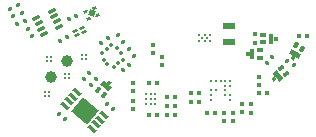
<source format=gbr>
%TF.GenerationSoftware,KiCad,Pcbnew,9.0.0*%
%TF.CreationDate,2025-08-30T10:43:31+02:00*%
%TF.ProjectId,36mm PCB,33366d6d-2050-4434-922e-6b696361645f,rev?*%
%TF.SameCoordinates,Original*%
%TF.FileFunction,Paste,Top*%
%TF.FilePolarity,Positive*%
%FSLAX46Y46*%
G04 Gerber Fmt 4.6, Leading zero omitted, Abs format (unit mm)*
G04 Created by KiCad (PCBNEW 9.0.0) date 2025-08-30 10:43:31*
%MOMM*%
%LPD*%
G01*
G04 APERTURE LIST*
G04 Aperture macros list*
%AMRoundRect*
0 Rectangle with rounded corners*
0 $1 Rounding radius*
0 $2 $3 $4 $5 $6 $7 $8 $9 X,Y pos of 4 corners*
0 Add a 4 corners polygon primitive as box body*
4,1,4,$2,$3,$4,$5,$6,$7,$8,$9,$2,$3,0*
0 Add four circle primitives for the rounded corners*
1,1,$1+$1,$2,$3*
1,1,$1+$1,$4,$5*
1,1,$1+$1,$6,$7*
1,1,$1+$1,$8,$9*
0 Add four rect primitives between the rounded corners*
20,1,$1+$1,$2,$3,$4,$5,0*
20,1,$1+$1,$4,$5,$6,$7,0*
20,1,$1+$1,$6,$7,$8,$9,0*
20,1,$1+$1,$8,$9,$2,$3,0*%
%AMRotRect*
0 Rectangle, with rotation*
0 The origin of the aperture is its center*
0 $1 length*
0 $2 width*
0 $3 Rotation angle, in degrees counterclockwise*
0 Add horizontal line*
21,1,$1,$2,0,0,$3*%
%AMFreePoly0*
4,1,6,0.130000,0.115000,0.130000,-0.115000,-0.130000,-0.115000,-0.130000,0.275000,-0.020000,0.275000,0.130000,0.115000,0.130000,0.115000,$1*%
%AMFreePoly1*
4,1,6,0.130000,-0.115000,-0.130000,-0.115000,-0.130000,0.115000,0.020000,0.275000,0.130000,0.275000,0.130000,-0.115000,0.130000,-0.115000,$1*%
G04 Aperture macros list end*
%ADD10R,1.100000X0.600000*%
%ADD11RoundRect,0.079500X-0.100500X0.079500X-0.100500X-0.079500X0.100500X-0.079500X0.100500X0.079500X0*%
%ADD12RoundRect,0.079500X0.100500X-0.079500X0.100500X0.079500X-0.100500X0.079500X-0.100500X-0.079500X0*%
%ADD13RoundRect,0.079500X-0.119099X-0.047286X0.018599X-0.126786X0.119099X0.047286X-0.018599X0.126786X0*%
%ADD14RoundRect,0.079500X0.029578X0.124682X-0.114525X0.057486X-0.029578X-0.124682X0.114525X-0.057486X0*%
%ADD15RoundRect,0.079500X-0.079500X-0.100500X0.079500X-0.100500X0.079500X0.100500X-0.079500X0.100500X0*%
%ADD16C,0.215000*%
%ADD17RoundRect,0.079500X-0.029578X-0.124682X0.114525X-0.057486X0.029578X0.124682X-0.114525X0.057486X0*%
%ADD18RoundRect,0.079500X-0.124682X0.029578X-0.057486X-0.114525X0.124682X-0.029578X0.057486X0.114525X0*%
%ADD19RoundRect,0.079500X-0.125501X-0.025886X-0.003700X-0.128089X0.125501X0.025886X0.003700X0.128089X0*%
%ADD20C,0.242000*%
%ADD21RotRect,0.350000X0.500000X130.000000*%
%ADD22RotRect,0.440000X0.900000X220.000000*%
%ADD23RotRect,0.300000X0.340000X130.000000*%
%ADD24RotRect,0.200000X0.475000X295.000000*%
%ADD25C,0.217000*%
%ADD26RoundRect,0.079500X0.125501X0.025886X0.003700X0.128089X-0.125501X-0.025886X-0.003700X-0.128089X0*%
%ADD27RoundRect,0.050000X-0.216036X-0.211077X0.300560X0.029815X0.216036X0.211077X-0.300560X-0.029815X0*%
%ADD28RotRect,0.350000X0.500000X150.000000*%
%ADD29RotRect,0.440000X0.900000X240.000000*%
%ADD30RotRect,0.300000X0.340000X150.000000*%
%ADD31R,0.500000X0.350000*%
%ADD32R,0.440000X0.900000*%
%ADD33R,0.340000X0.300000*%
%ADD34RotRect,0.350000X0.500000X320.000000*%
%ADD35RotRect,0.440000X0.900000X50.000000*%
%ADD36RotRect,0.300000X0.340000X320.000000*%
%ADD37RoundRect,0.079500X-0.001464X0.128134X-0.125030X0.028072X0.001464X-0.128134X0.125030X-0.028072X0*%
%ADD38C,0.200000*%
%ADD39RoundRect,0.079500X0.025886X-0.125501X0.128089X-0.003700X-0.025886X0.125501X-0.128089X0.003700X0*%
%ADD40RoundRect,0.079500X0.079500X0.100500X-0.079500X0.100500X-0.079500X-0.100500X0.079500X-0.100500X0*%
%ADD41RotRect,0.300000X0.325000X309.000000*%
%ADD42RotRect,0.300000X0.325000X219.000000*%
%ADD43RoundRect,0.079500X0.128134X0.001464X0.028072X0.125030X-0.128134X-0.001464X-0.028072X-0.125030X0*%
%ADD44RoundRect,0.079500X0.001464X-0.128134X0.125030X-0.028072X-0.001464X0.128134X-0.125030X0.028072X0*%
%ADD45RotRect,0.300000X0.800000X50.000000*%
%ADD46RotRect,1.550000X1.750000X50.000000*%
%ADD47C,1.000000*%
%ADD48FreePoly0,115.000000*%
%ADD49FreePoly1,115.000000*%
%ADD50FreePoly0,295.000000*%
%ADD51FreePoly1,295.000000*%
%ADD52RotRect,0.520000X0.520000X340.000000*%
%ADD53RoundRect,0.079500X-0.025886X0.125501X-0.128089X0.003700X0.025886X-0.125501X0.128089X-0.003700X0*%
G04 APERTURE END LIST*
D10*
%TO.C,Y1*%
X207010000Y-118680000D03*
X207010000Y-117280000D03*
%TD*%
D11*
%TO.C,R20*%
X208890000Y-123945000D03*
X208890000Y-124635000D03*
%TD*%
D12*
%TO.C,R4*%
X198920000Y-124325000D03*
X198920000Y-123635000D03*
%TD*%
D13*
%TO.C,R16*%
X211878993Y-120282034D03*
X212476551Y-120627034D03*
%TD*%
D14*
%TO.C,D2*%
X194094401Y-116458731D03*
X193469049Y-116750337D03*
%TD*%
D15*
%TO.C,L1*%
X205110000Y-124645000D03*
X205800000Y-124645000D03*
%TD*%
D12*
%TO.C,R2*%
X200560000Y-119605000D03*
X200560000Y-118915000D03*
%TD*%
D16*
%TO.C,IC2*%
X199970000Y-123875000D03*
X199970000Y-123475000D03*
X199970000Y-123075000D03*
X200370000Y-123875000D03*
X200370000Y-123475000D03*
X200370000Y-123075000D03*
X200770000Y-123875000D03*
X200770000Y-123475000D03*
X200770000Y-123075000D03*
%TD*%
D17*
%TO.C,CLPT1*%
X192695096Y-118550337D03*
X193320448Y-118258731D03*
%TD*%
D18*
%TO.C,R17*%
X188461969Y-115861858D03*
X188753575Y-116487210D03*
%TD*%
D12*
%TO.C,C4*%
X207335000Y-125335000D03*
X207335000Y-124645000D03*
%TD*%
D19*
%TO.C,C15*%
X192575715Y-124758238D03*
X193104285Y-125201762D03*
%TD*%
D18*
%TO.C,C12*%
X189161969Y-115541858D03*
X189453575Y-116167210D03*
%TD*%
D15*
%TO.C,C6*%
X201745000Y-123315000D03*
X202435000Y-123315000D03*
%TD*%
D20*
%TO.C,IC3*%
X205490000Y-121955000D03*
X205890000Y-121955000D03*
X206290000Y-121955000D03*
X206690000Y-121955000D03*
X207090000Y-121955000D03*
X206690000Y-122355000D03*
X207090000Y-122355000D03*
X205490000Y-122755000D03*
X205890000Y-122755000D03*
X206690000Y-122755000D03*
X205490000Y-123155000D03*
X206680000Y-123155000D03*
X207090000Y-123155000D03*
X205490000Y-123555000D03*
X207090000Y-123555000D03*
%TD*%
D21*
%TO.C,Q6*%
X211864447Y-121332105D03*
X211446636Y-120834175D03*
D22*
X211126971Y-121526664D03*
D23*
X210828213Y-121777352D03*
%TD*%
D11*
%TO.C,R5*%
X198920000Y-122150000D03*
X198920000Y-122840000D03*
%TD*%
D24*
%TO.C,IC4*%
X194732077Y-117818417D03*
X194563029Y-117455893D03*
X193950365Y-117741583D03*
X194119413Y-118104107D03*
%TD*%
D25*
%TO.C,IC10*%
X191810000Y-122890000D03*
X191810000Y-123240000D03*
X191460000Y-122890000D03*
X191460000Y-123240000D03*
%TD*%
D15*
%TO.C,C7*%
X201745000Y-124075000D03*
X202435000Y-124075000D03*
%TD*%
D26*
%TO.C,R6*%
X197220000Y-124320000D03*
X196691430Y-123876476D03*
%TD*%
D27*
%TO.C,TPS3424-1*%
X190680141Y-116637541D03*
X190891450Y-117090695D03*
X191102759Y-117543848D03*
X191314068Y-117997002D03*
X192655403Y-117371527D03*
X192444094Y-116918373D03*
X192232785Y-116465220D03*
X192021476Y-116012066D03*
%TD*%
D28*
%TO.C,Q4*%
X213211458Y-119239487D03*
X212648542Y-118914487D03*
D29*
X212585000Y-119674545D03*
D30*
X212390000Y-120012295D03*
%TD*%
D11*
%TO.C,R1*%
X201330000Y-119955000D03*
X201330000Y-120645000D03*
%TD*%
D12*
%TO.C,C13*%
X209590000Y-122290000D03*
X209590000Y-121600000D03*
%TD*%
D25*
%TO.C,IC8*%
X191930000Y-120280000D03*
X191580000Y-120280000D03*
X191930000Y-119930000D03*
X191580000Y-119930000D03*
%TD*%
D31*
%TO.C,Q3*%
X209887772Y-118049534D03*
X209887772Y-118699534D03*
D32*
X210577772Y-118374534D03*
D33*
X210967772Y-118374534D03*
%TD*%
D34*
%TO.C,Q7*%
X195897626Y-122734710D03*
X196395555Y-123152522D03*
D35*
X196590113Y-122415046D03*
D36*
X196840801Y-122116288D03*
%TD*%
D15*
%TO.C,C8*%
X201745000Y-124835000D03*
X202435000Y-124835000D03*
%TD*%
D37*
%TO.C,R12*%
X196728116Y-118322885D03*
X196191884Y-118757115D03*
%TD*%
D38*
%TO.C,IC1*%
X205367772Y-118054534D03*
X204937772Y-118054534D03*
X204507772Y-118054534D03*
X205162772Y-118334534D03*
X204712772Y-118334534D03*
X205367772Y-118614534D03*
X204937772Y-118614534D03*
X204507772Y-118614534D03*
%TD*%
D39*
%TO.C,C14*%
X194751647Y-121805982D03*
X195195171Y-121277412D03*
%TD*%
D15*
%TO.C,C1*%
X203795000Y-122945000D03*
X204485000Y-122945000D03*
%TD*%
D40*
%TO.C,R14*%
X213612772Y-118144534D03*
X212922772Y-118144534D03*
%TD*%
D15*
%TO.C,C9*%
X200245000Y-122125000D03*
X200935000Y-122125000D03*
%TD*%
D17*
%TO.C,R18*%
X189075096Y-117170337D03*
X189700448Y-116878731D03*
%TD*%
D18*
%TO.C,CSPT1*%
X190021969Y-117571858D03*
X190313575Y-118197210D03*
%TD*%
D41*
%TO.C,U1*%
X197878079Y-119592020D03*
X197563419Y-119203446D03*
D42*
X197038741Y-118952775D03*
X196650166Y-119267433D03*
X196261593Y-119582096D03*
D41*
X196397701Y-120147426D03*
X196712361Y-120536000D03*
D42*
X197237039Y-120786671D03*
X197625614Y-120472013D03*
X198014187Y-120157350D03*
%TD*%
D43*
%TO.C,R11*%
X198016171Y-118650235D03*
X197581941Y-118114003D03*
%TD*%
D31*
%TO.C,Q5*%
X209667772Y-120029534D03*
X209667772Y-119379534D03*
D32*
X208977772Y-119704534D03*
D33*
X208587772Y-119704534D03*
%TD*%
D15*
%TO.C,C17*%
X209545000Y-123000000D03*
X210235000Y-123000000D03*
%TD*%
D25*
%TO.C,IC7*%
X194895000Y-120145000D03*
X194545000Y-120145000D03*
X194895000Y-119795000D03*
X194545000Y-119795000D03*
%TD*%
D39*
%TO.C,R15*%
X210227772Y-120454534D03*
X210671294Y-119925962D03*
%TD*%
D12*
%TO.C,R10*%
X208130000Y-124580000D03*
X208130000Y-123890000D03*
%TD*%
D44*
%TO.C,C11*%
X198029498Y-121026381D03*
X198565730Y-120592151D03*
%TD*%
D45*
%TO.C,IC5*%
X194113330Y-122925697D03*
X193791935Y-123308719D03*
X193470542Y-123691740D03*
X193149149Y-124074764D03*
X195447280Y-126003125D03*
X195768675Y-125620103D03*
X196090068Y-125237082D03*
X196411461Y-124854058D03*
D46*
X194780305Y-124464411D03*
%TD*%
D43*
%TO.C,C10*%
X198953859Y-119808184D03*
X198519629Y-119271952D03*
%TD*%
D47*
%TO.C,J3*%
X191902893Y-121657106D03*
X193317107Y-120242894D03*
%TD*%
D12*
%TO.C,C3*%
X206575000Y-125335000D03*
X206575000Y-124645000D03*
%TD*%
%TO.C,R13*%
X209177772Y-118709534D03*
X209177772Y-118019534D03*
%TD*%
D15*
%TO.C,C2*%
X203795000Y-123715000D03*
X204485000Y-123715000D03*
%TD*%
D48*
%TO.C,LDLN025PU1*%
X195956506Y-116338341D03*
D49*
X195681804Y-115749241D03*
D50*
X194802686Y-116159181D03*
D51*
X195077388Y-116748281D03*
D52*
X195379596Y-116248761D03*
%TD*%
D53*
%TO.C,R19*%
X195785860Y-121763301D03*
X195342336Y-122291871D03*
%TD*%
D25*
%TO.C,IC9*%
X193470000Y-121390000D03*
X193470000Y-121740000D03*
X193120000Y-121390000D03*
X193120000Y-121740000D03*
%TD*%
D40*
%TO.C,C5*%
X200945000Y-124825000D03*
X200255000Y-124825000D03*
%TD*%
M02*

</source>
